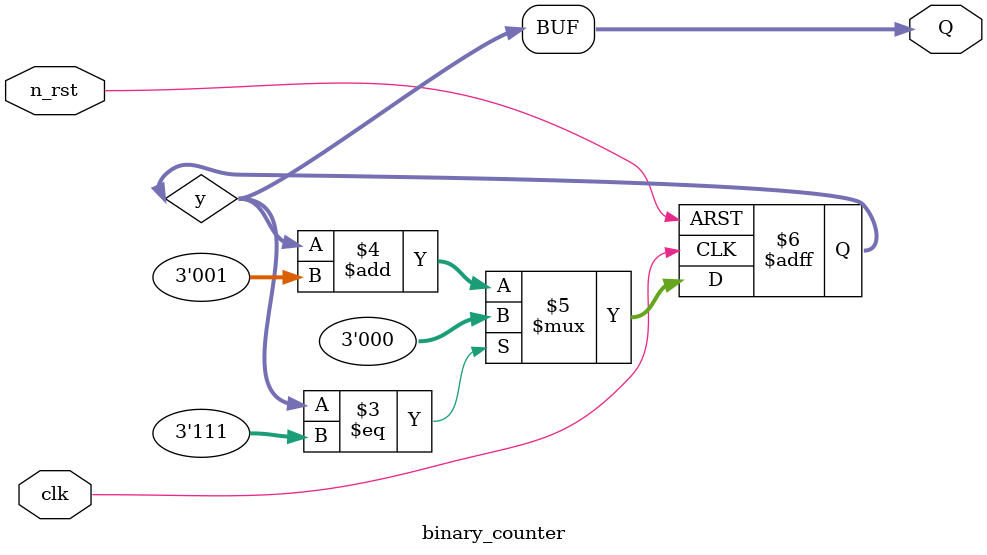
<source format=v>
module binary_counter (
    input clk,
    input n_rst,
    output [2:0] Q
);
    reg [2:0] y;

    always @(posedge clk or negedge n_rst) begin
        if (!n_rst) begin
            y <= 3'b000;
        end
        else begin
            y <= (y == 3'b111) ? 3'b000 : y + 3'b001;
        end
    end

    assign Q = y;
endmodule
</source>
